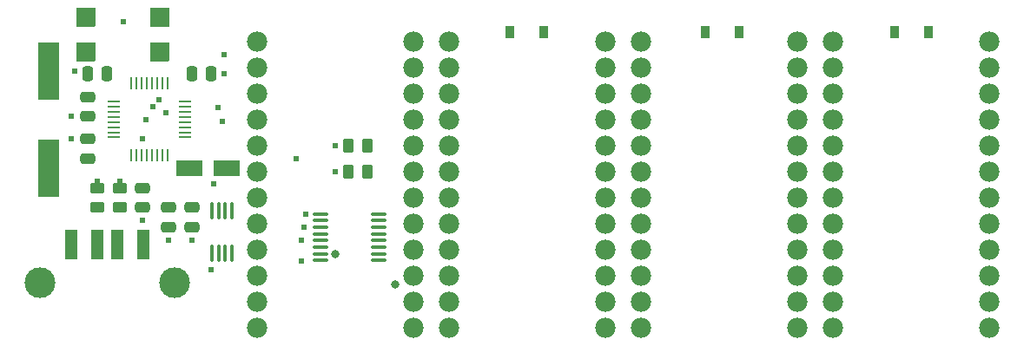
<source format=gbr>
%TF.GenerationSoftware,KiCad,Pcbnew,(6.0.7)*%
%TF.CreationDate,2022-08-19T11:16:44-06:00*%
%TF.ProjectId,ogx360,6f677833-3630-42e6-9b69-6361645f7063,rev?*%
%TF.SameCoordinates,Original*%
%TF.FileFunction,Soldermask,Top*%
%TF.FilePolarity,Negative*%
%FSLAX46Y46*%
G04 Gerber Fmt 4.6, Leading zero omitted, Abs format (unit mm)*
G04 Created by KiCad (PCBNEW (6.0.7)) date 2022-08-19 11:16:44*
%MOMM*%
%LPD*%
G01*
G04 APERTURE LIST*
G04 Aperture macros list*
%AMRoundRect*
0 Rectangle with rounded corners*
0 $1 Rounding radius*
0 $2 $3 $4 $5 $6 $7 $8 $9 X,Y pos of 4 corners*
0 Add a 4 corners polygon primitive as box body*
4,1,4,$2,$3,$4,$5,$6,$7,$8,$9,$2,$3,0*
0 Add four circle primitives for the rounded corners*
1,1,$1+$1,$2,$3*
1,1,$1+$1,$4,$5*
1,1,$1+$1,$6,$7*
1,1,$1+$1,$8,$9*
0 Add four rect primitives between the rounded corners*
20,1,$1+$1,$2,$3,$4,$5,0*
20,1,$1+$1,$4,$5,$6,$7,0*
20,1,$1+$1,$6,$7,$8,$9,0*
20,1,$1+$1,$8,$9,$2,$3,0*%
G04 Aperture macros list end*
%ADD10RoundRect,0.250000X-1.050000X-0.550000X1.050000X-0.550000X1.050000X0.550000X-1.050000X0.550000X0*%
%ADD11R,0.254000X1.143000*%
%ADD12R,1.143000X0.254000*%
%ADD13RoundRect,0.250000X-0.262500X-0.450000X0.262500X-0.450000X0.262500X0.450000X-0.262500X0.450000X0*%
%ADD14R,0.900000X1.200000*%
%ADD15C,1.981600*%
%ADD16RoundRect,0.250000X0.475000X-0.250000X0.475000X0.250000X-0.475000X0.250000X-0.475000X-0.250000X0*%
%ADD17R,1.250000X3.000000*%
%ADD18C,3.000000*%
%ADD19RoundRect,0.250000X0.250000X0.475000X-0.250000X0.475000X-0.250000X-0.475000X0.250000X-0.475000X0*%
%ADD20RoundRect,0.100000X-0.100000X0.712500X-0.100000X-0.712500X0.100000X-0.712500X0.100000X0.712500X0*%
%ADD21RoundRect,0.250000X-0.475000X0.250000X-0.475000X-0.250000X0.475000X-0.250000X0.475000X0.250000X0*%
%ADD22RoundRect,0.050800X-0.889000X-0.889000X0.889000X-0.889000X0.889000X0.889000X-0.889000X0.889000X0*%
%ADD23RoundRect,0.050800X-0.889000X-0.889500X0.889000X-0.889500X0.889000X0.889500X-0.889000X0.889500X0*%
%ADD24RoundRect,0.250000X-0.450000X0.262500X-0.450000X-0.262500X0.450000X-0.262500X0.450000X0.262500X0*%
%ADD25RoundRect,0.050800X1.000000X-2.750000X1.000000X2.750000X-1.000000X2.750000X-1.000000X-2.750000X0*%
%ADD26RoundRect,0.100000X-0.637500X-0.100000X0.637500X-0.100000X0.637500X0.100000X-0.637500X0.100000X0*%
%ADD27RoundRect,0.250000X-0.250000X-0.475000X0.250000X-0.475000X0.250000X0.475000X-0.250000X0.475000X0*%
%ADD28C,0.609600*%
%ADD29C,0.800000*%
G04 APERTURE END LIST*
D10*
%TO.C,C6*%
X115916100Y-104273700D03*
X119516100Y-104273700D03*
%TD*%
D11*
%TO.C,U1*%
X110251100Y-103011200D03*
X110751100Y-103011200D03*
X111251100Y-103011200D03*
X111751100Y-103011200D03*
X112251100Y-103011200D03*
X112751100Y-103011200D03*
X113251100Y-103011200D03*
X113751100Y-103011200D03*
D12*
X115501100Y-101261200D03*
X115501100Y-100761200D03*
X115501100Y-100261200D03*
X115501100Y-99761200D03*
X115501100Y-99261200D03*
X115501100Y-98761200D03*
X115501100Y-98261200D03*
X115501100Y-97761200D03*
D11*
X113751100Y-96011200D03*
X113251100Y-96011200D03*
X112751100Y-96011200D03*
X112251100Y-96011200D03*
X111751100Y-96011200D03*
X111251100Y-96011200D03*
X110751100Y-96011200D03*
X110251100Y-96011200D03*
D12*
X108501100Y-97761200D03*
X108501100Y-98261200D03*
X108501100Y-98761200D03*
X108501100Y-99261200D03*
X108501100Y-99761200D03*
X108501100Y-100261200D03*
X108501100Y-100761200D03*
X108501100Y-101261200D03*
%TD*%
D13*
%TO.C,R3*%
X131408600Y-104591200D03*
X133233600Y-104591200D03*
%TD*%
D14*
%TO.C,D2*%
X169531100Y-90938700D03*
X166231100Y-90938700D03*
%TD*%
D15*
%TO.C,U7*%
X193916100Y-91891200D03*
X193916100Y-94431200D03*
X193916100Y-96971200D03*
X193916100Y-99511200D03*
X193916100Y-102051200D03*
X193916100Y-104591200D03*
X193916100Y-107131200D03*
X193916100Y-109671200D03*
X193916100Y-112211200D03*
X193916100Y-114751200D03*
X193916100Y-117291200D03*
X193916100Y-119831200D03*
X178676100Y-119831200D03*
X178676100Y-117291200D03*
X178676100Y-114751200D03*
X178676100Y-112211200D03*
X178676100Y-109671200D03*
X178676100Y-107131200D03*
X178676100Y-104591200D03*
X178676100Y-102051200D03*
X178676100Y-99511200D03*
X178676100Y-96971200D03*
X178676100Y-94431200D03*
X178676100Y-91891200D03*
%TD*%
D16*
%TO.C,C2*%
X105968600Y-103318700D03*
X105968600Y-101418700D03*
%TD*%
D17*
%TO.C,J1*%
X104389000Y-111736600D03*
X106889000Y-111736600D03*
X108889000Y-111736600D03*
X111389000Y-111736600D03*
D18*
X114459000Y-115416600D03*
X101319000Y-115416600D03*
%TD*%
D19*
%TO.C,C5*%
X107871100Y-95066200D03*
X105971100Y-95066200D03*
%TD*%
D13*
%TO.C,R4*%
X131408600Y-102051200D03*
X133233600Y-102051200D03*
%TD*%
D20*
%TO.C,U3*%
X120040000Y-108384100D03*
X119390000Y-108384100D03*
X118740000Y-108384100D03*
X118090000Y-108384100D03*
X118090000Y-112609100D03*
X118740000Y-112609100D03*
X119390000Y-112609100D03*
X120040000Y-112609100D03*
%TD*%
D14*
%TO.C,D3*%
X187946100Y-90938700D03*
X184646100Y-90938700D03*
%TD*%
D21*
%TO.C,C3*%
X105968600Y-97291200D03*
X105968600Y-99191200D03*
%TD*%
%TO.C,C8*%
X116128600Y-108086200D03*
X116128600Y-109986200D03*
%TD*%
%TO.C,C7*%
X113906100Y-108086200D03*
X113906100Y-109986200D03*
%TD*%
%TO.C,C4*%
X111366100Y-106181200D03*
X111366100Y-108081200D03*
%TD*%
D22*
%TO.C,SW1*%
X105861100Y-92956200D03*
X113061100Y-92956200D03*
X105861100Y-89556200D03*
D23*
X113061100Y-89556200D03*
%TD*%
D15*
%TO.C,U5*%
X156451100Y-91891200D03*
X156451100Y-94431200D03*
X156451100Y-96971200D03*
X156451100Y-99511200D03*
X156451100Y-102051200D03*
X156451100Y-104591200D03*
X156451100Y-107131200D03*
X156451100Y-109671200D03*
X156451100Y-112211200D03*
X156451100Y-114751200D03*
X156451100Y-117291200D03*
X156451100Y-119831200D03*
X141211100Y-119831200D03*
X141211100Y-117291200D03*
X141211100Y-114751200D03*
X141211100Y-112211200D03*
X141211100Y-109671200D03*
X141211100Y-107131200D03*
X141211100Y-104591200D03*
X141211100Y-102051200D03*
X141211100Y-99511200D03*
X141211100Y-96971200D03*
X141211100Y-94431200D03*
X141211100Y-91891200D03*
%TD*%
D24*
%TO.C,R1*%
X109143600Y-106218700D03*
X109143600Y-108043700D03*
%TD*%
D15*
%TO.C,U6*%
X175183600Y-91891200D03*
X175183600Y-94431200D03*
X175183600Y-96971200D03*
X175183600Y-99511200D03*
X175183600Y-102051200D03*
X175183600Y-104591200D03*
X175183600Y-107131200D03*
X175183600Y-109671200D03*
X175183600Y-112211200D03*
X175183600Y-114751200D03*
X175183600Y-117291200D03*
X175183600Y-119831200D03*
X159943600Y-119831200D03*
X159943600Y-117291200D03*
X159943600Y-114751200D03*
X159943600Y-112211200D03*
X159943600Y-109671200D03*
X159943600Y-107131200D03*
X159943600Y-104591200D03*
X159943600Y-102051200D03*
X159943600Y-99511200D03*
X159943600Y-96971200D03*
X159943600Y-94431200D03*
X159943600Y-91891200D03*
%TD*%
D14*
%TO.C,D1*%
X150481100Y-90938700D03*
X147181100Y-90938700D03*
%TD*%
D25*
%TO.C,Y1*%
X102158600Y-104261200D03*
X102158600Y-94761200D03*
%TD*%
D26*
%TO.C,U2*%
X128648500Y-108729600D03*
X128648500Y-109379600D03*
X128648500Y-110029600D03*
X128648500Y-110679600D03*
X128648500Y-111329600D03*
X128648500Y-111979600D03*
X128648500Y-112629600D03*
X128648500Y-113279600D03*
X134373500Y-113279600D03*
X134373500Y-112629600D03*
X134373500Y-111979600D03*
X134373500Y-111329600D03*
X134373500Y-110679600D03*
X134373500Y-110029600D03*
X134373500Y-109379600D03*
X134373500Y-108729600D03*
%TD*%
D15*
%TO.C,U4*%
X137718600Y-91891200D03*
X137718600Y-94431200D03*
X137718600Y-96971200D03*
X137718600Y-99511200D03*
X137718600Y-102051200D03*
X137718600Y-104591200D03*
X137718600Y-107131200D03*
X137718600Y-109671200D03*
X137718600Y-112211200D03*
X137718600Y-114751200D03*
X137718600Y-117291200D03*
X137718600Y-119831200D03*
X122478600Y-119831200D03*
X122478600Y-117291200D03*
X122478600Y-114751200D03*
X122478600Y-112211200D03*
X122478600Y-109671200D03*
X122478600Y-107131200D03*
X122478600Y-104591200D03*
X122478600Y-102051200D03*
X122478600Y-99511200D03*
X122478600Y-96971200D03*
X122478600Y-94431200D03*
X122478600Y-91891200D03*
%TD*%
D27*
%TO.C,C1*%
X116131100Y-95066200D03*
X118031100Y-95066200D03*
%TD*%
D24*
%TO.C,R2*%
X106921100Y-106218700D03*
X106921100Y-108043700D03*
%TD*%
D28*
X118303000Y-105797600D03*
X127241100Y-108718700D03*
X111366100Y-110623700D03*
X119938600Y-104273700D03*
X112928226Y-97569135D03*
X126812000Y-113290600D03*
X116128600Y-111258700D03*
X113906100Y-111258700D03*
X119303600Y-95066200D03*
X104381100Y-99193700D03*
X109461100Y-89986200D03*
X118986100Y-104273700D03*
X118049000Y-114179600D03*
X104381100Y-101416200D03*
X104698600Y-94748700D03*
X111366100Y-112528700D03*
X111366100Y-109353700D03*
X111366100Y-101416200D03*
X111366100Y-111576200D03*
X111683600Y-99511200D03*
X109143600Y-105543700D03*
X112335300Y-98241200D03*
X106921100Y-105543700D03*
X130098600Y-104591200D03*
X130098600Y-102051200D03*
X119303600Y-93161200D03*
X119155906Y-99658894D03*
X126288600Y-103321200D03*
X118668600Y-98345400D03*
X113588600Y-98876200D03*
X127066000Y-109988600D03*
X126812000Y-111258600D03*
D29*
X130114000Y-112655600D03*
X135956000Y-115576600D03*
M02*

</source>
